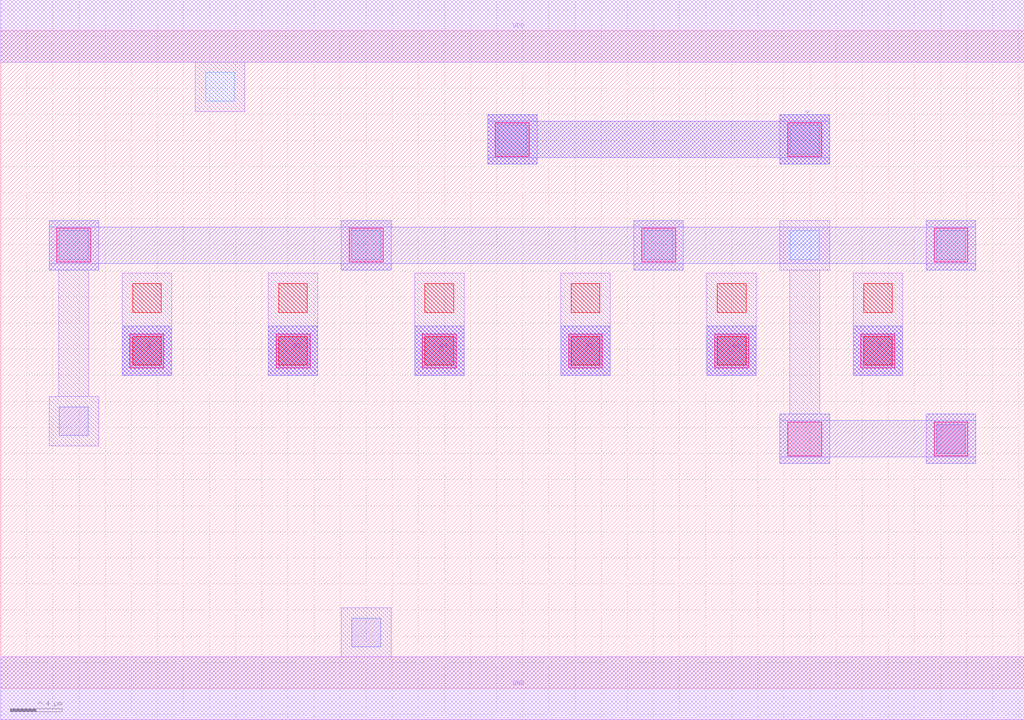
<source format=lef>
MACRO AAOI42
 CLASS CORE ;
 FOREIGN AAOI42 0 0 ;
 SIZE 7.84 BY 5.04 ;
 ORIGIN 0 0 ;
 SYMMETRY X Y R90 ;
 SITE unit ;
  PIN VDD
   DIRECTION INOUT ;
   USE POWER ;
   SHAPE ABUTMENT ;
    PORT
     CLASS CORE ;
       LAYER met1 ;
        RECT 0.00000000 4.80000000 7.84000000 5.28000000 ;
    END
  END VDD

  PIN GND
   DIRECTION INOUT ;
   USE POWER ;
   SHAPE ABUTMENT ;
    PORT
     CLASS CORE ;
       LAYER met1 ;
        RECT 0.00000000 -0.24000000 7.84000000 0.24000000 ;
    END
  END GND

  PIN Y
   DIRECTION INOUT ;
   USE SIGNAL ;
   SHAPE ABUTMENT ;
    PORT
     CLASS CORE ;
       LAYER met2 ;
        RECT 3.73000000 4.01700000 4.11000000 4.06700000 ;
        RECT 5.97000000 4.01700000 6.35000000 4.06700000 ;
        RECT 3.73000000 4.06700000 6.35000000 4.34700000 ;
        RECT 3.73000000 4.34700000 4.11000000 4.39700000 ;
        RECT 5.97000000 4.34700000 6.35000000 4.39700000 ;
    END
  END Y

  PIN A
   DIRECTION INOUT ;
   USE SIGNAL ;
   SHAPE ABUTMENT ;
    PORT
     CLASS CORE ;
       LAYER met2 ;
        RECT 6.53000000 2.39700000 6.91000000 2.77700000 ;
    END
  END A

  PIN A3
   DIRECTION INOUT ;
   USE SIGNAL ;
   SHAPE ABUTMENT ;
    PORT
     CLASS CORE ;
       LAYER met2 ;
        RECT 3.17000000 2.39700000 3.55000000 2.77700000 ;
    END
  END A3

  PIN B1
   DIRECTION INOUT ;
   USE SIGNAL ;
   SHAPE ABUTMENT ;
    PORT
     CLASS CORE ;
       LAYER met2 ;
        RECT 2.05000000 2.39700000 2.43000000 2.77700000 ;
    END
  END B1

  PIN A2
   DIRECTION INOUT ;
   USE SIGNAL ;
   SHAPE ABUTMENT ;
    PORT
     CLASS CORE ;
       LAYER met2 ;
        RECT 4.29000000 2.39700000 4.67000000 2.77700000 ;
    END
  END A2

  PIN A1
   DIRECTION INOUT ;
   USE SIGNAL ;
   SHAPE ABUTMENT ;
    PORT
     CLASS CORE ;
       LAYER met2 ;
        RECT 5.41000000 2.39700000 5.79000000 2.77700000 ;
    END
  END A1

  PIN B
   DIRECTION INOUT ;
   USE SIGNAL ;
   SHAPE ABUTMENT ;
    PORT
     CLASS CORE ;
       LAYER met2 ;
        RECT 0.93000000 2.39700000 1.31000000 2.77700000 ;
    END
  END B

 OBS
    LAYER polycont ;
     RECT 1.01000000 2.47700000 1.23000000 2.69700000 ;
     RECT 2.13000000 2.47700000 2.35000000 2.69700000 ;
     RECT 3.25000000 2.47700000 3.47000000 2.69700000 ;
     RECT 4.37000000 2.47700000 4.59000000 2.69700000 ;
     RECT 5.49000000 2.47700000 5.71000000 2.69700000 ;
     RECT 6.61000000 2.47700000 6.83000000 2.69700000 ;
     RECT 1.01000000 2.88200000 1.23000000 3.10200000 ;
     RECT 2.13000000 2.88200000 2.35000000 3.10200000 ;
     RECT 3.25000000 2.88200000 3.47000000 3.10200000 ;
     RECT 4.37000000 2.88200000 4.59000000 3.10200000 ;
     RECT 5.49000000 2.88200000 5.71000000 3.10200000 ;
     RECT 6.61000000 2.88200000 6.83000000 3.10200000 ;

    LAYER pdiffc ;
     RECT 0.45000000 3.28700000 0.67000000 3.50700000 ;
     RECT 2.69000000 3.28700000 2.91000000 3.50700000 ;
     RECT 4.93000000 3.28700000 5.15000000 3.50700000 ;
     RECT 6.05000000 3.28700000 6.27000000 3.50700000 ;
     RECT 7.17000000 3.28700000 7.39000000 3.50700000 ;
     RECT 3.81000000 4.09700000 4.03000000 4.31700000 ;
     RECT 6.05000000 4.09700000 6.27000000 4.31700000 ;
     RECT 1.57000000 4.50200000 1.79000000 4.72200000 ;

    LAYER ndiffc ;
     RECT 2.69000000 0.31700000 2.91000000 0.53700000 ;
     RECT 7.17000000 1.80200000 7.39000000 2.02200000 ;
     RECT 0.45000000 1.93700000 0.67000000 2.15700000 ;

    LAYER met1 ;
     RECT 0.00000000 -0.24000000 7.84000000 0.24000000 ;
     RECT 2.61000000 0.24000000 2.99000000 0.61700000 ;
     RECT 7.09000000 1.72200000 7.47000000 2.10200000 ;
     RECT 0.93000000 2.39700000 1.31000000 3.18200000 ;
     RECT 2.05000000 2.39700000 2.43000000 3.18200000 ;
     RECT 3.17000000 2.39700000 3.55000000 3.18200000 ;
     RECT 4.29000000 2.39700000 4.67000000 3.18200000 ;
     RECT 5.41000000 2.39700000 5.79000000 3.18200000 ;
     RECT 6.53000000 2.39700000 6.91000000 3.18200000 ;
     RECT 0.37000000 1.85700000 0.75000000 2.23700000 ;
     RECT 0.44500000 2.23700000 0.67500000 3.20700000 ;
     RECT 0.37000000 3.20700000 0.75000000 3.58700000 ;
     RECT 2.61000000 3.20700000 2.99000000 3.58700000 ;
     RECT 4.85000000 3.20700000 5.23000000 3.58700000 ;
     RECT 5.97000000 1.72200000 6.35000000 2.10200000 ;
     RECT 6.04500000 2.10200000 6.27500000 3.20700000 ;
     RECT 5.97000000 3.20700000 6.35000000 3.58700000 ;
     RECT 7.09000000 3.20700000 7.47000000 3.58700000 ;
     RECT 3.73000000 4.01700000 4.11000000 4.39700000 ;
     RECT 5.97000000 4.01700000 6.35000000 4.39700000 ;
     RECT 1.49000000 4.42200000 1.87000000 4.80000000 ;
     RECT 0.00000000 4.80000000 7.84000000 5.28000000 ;

    LAYER via1 ;
     RECT 6.03000000 1.78200000 6.29000000 2.04200000 ;
     RECT 7.15000000 1.78200000 7.41000000 2.04200000 ;
     RECT 0.99000000 2.45700000 1.25000000 2.71700000 ;
     RECT 2.11000000 2.45700000 2.37000000 2.71700000 ;
     RECT 3.23000000 2.45700000 3.49000000 2.71700000 ;
     RECT 4.35000000 2.45700000 4.61000000 2.71700000 ;
     RECT 5.47000000 2.45700000 5.73000000 2.71700000 ;
     RECT 6.59000000 2.45700000 6.85000000 2.71700000 ;
     RECT 0.43000000 3.26700000 0.69000000 3.52700000 ;
     RECT 2.67000000 3.26700000 2.93000000 3.52700000 ;
     RECT 4.91000000 3.26700000 5.17000000 3.52700000 ;
     RECT 7.15000000 3.26700000 7.41000000 3.52700000 ;
     RECT 3.79000000 4.07700000 4.05000000 4.33700000 ;
     RECT 6.03000000 4.07700000 6.29000000 4.33700000 ;

    LAYER met2 ;
     RECT 5.97000000 1.72200000 6.35000000 1.77200000 ;
     RECT 7.09000000 1.72200000 7.47000000 1.77200000 ;
     RECT 5.97000000 1.77200000 7.47000000 2.05200000 ;
     RECT 5.97000000 2.05200000 6.35000000 2.10200000 ;
     RECT 7.09000000 2.05200000 7.47000000 2.10200000 ;
     RECT 0.93000000 2.39700000 1.31000000 2.77700000 ;
     RECT 2.05000000 2.39700000 2.43000000 2.77700000 ;
     RECT 3.17000000 2.39700000 3.55000000 2.77700000 ;
     RECT 4.29000000 2.39700000 4.67000000 2.77700000 ;
     RECT 5.41000000 2.39700000 5.79000000 2.77700000 ;
     RECT 6.53000000 2.39700000 6.91000000 2.77700000 ;
     RECT 0.37000000 3.20700000 0.75000000 3.25700000 ;
     RECT 2.61000000 3.20700000 2.99000000 3.25700000 ;
     RECT 4.85000000 3.20700000 5.23000000 3.25700000 ;
     RECT 7.09000000 3.20700000 7.47000000 3.25700000 ;
     RECT 0.37000000 3.25700000 7.47000000 3.53700000 ;
     RECT 0.37000000 3.53700000 0.75000000 3.58700000 ;
     RECT 2.61000000 3.53700000 2.99000000 3.58700000 ;
     RECT 4.85000000 3.53700000 5.23000000 3.58700000 ;
     RECT 7.09000000 3.53700000 7.47000000 3.58700000 ;
     RECT 3.73000000 4.01700000 4.11000000 4.06700000 ;
     RECT 5.97000000 4.01700000 6.35000000 4.06700000 ;
     RECT 3.73000000 4.06700000 6.35000000 4.34700000 ;
     RECT 3.73000000 4.34700000 4.11000000 4.39700000 ;
     RECT 5.97000000 4.34700000 6.35000000 4.39700000 ;

 END
END AAOI42

</source>
